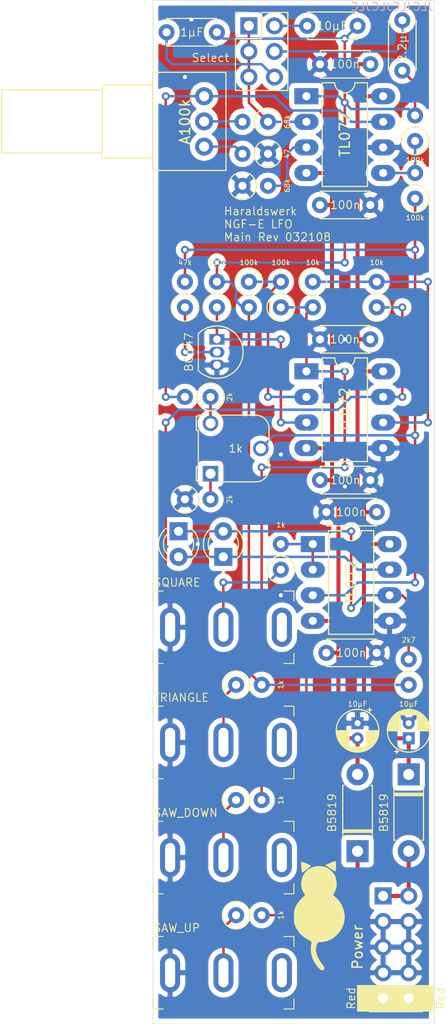
<source format=kicad_pcb>
(kicad_pcb (version 20171130) (host pcbnew "(5.1.10)-1")
  (layers (0 F.Cu signal) (31 B.Cu signal) (34 B.Paste user) (35 F.Paste user) (36 B.SilkS user) (37 F.SilkS user) (38 B.Mask user) (39 F.Mask user) (44 Edge.Cuts user))
  (net 0 "")
  (net 1 "Net-(C1-Pad2)")
  (net 2 TRI)
  (net 3 GND)
  (net 4 +12V)
  (net 5 -12V)
  (net 6 "Net-(D1-Pad2)")
  (net 7 "Net-(D1-Pad1)")
  (net 8 +12VA)
  (net 9 -12VA)
  (net 10 "Net-(J1-PadT)")
  (net 11 "Net-(J2-PadT)")
  (net 12 "Net-(J3-PadT)")
  (net 13 "Net-(J4-PadT)")
  (net 14 "Net-(Q1-Pad1)")
  (net 15 "Net-(Q1-Pad2)")
  (net 16 "Net-(R1-Pad2)")
  (net 17 "Net-(R2-Pad2)")
  (net 18 "Net-(R3-Pad2)")
  (net 19 "Net-(R4-Pad1)")
  (net 20 SQR)
  (net 21 "Net-(R6-Pad2)")
  (net 22 "Net-(R6-Pad1)")
  (net 23 "Net-(R7-Pad2)")
  (net 24 "Net-(R11-Pad2)")
  (net 25 "Net-(R11-Pad1)")
  (net 26 "Net-(R13-Pad1)")
  (net 27 "Net-(R14-Pad1)")
  (net 28 "Net-(R17-Pad2)")
  (net 29 "Net-(C10-Pad2)")
  (net 30 "Net-(C11-Pad2)")
  (net 31 "Net-(J6-Pad1)")
  (module Connector_PinHeader_2.54mm:PinHeader_2x03_P2.54mm_Vertical (layer F.Cu) (at 9.525 2.54)
    (fp_text reference J6 hide)
    (fp_text value Select (at -1.905 3.175) (layer F.SilkS) (effects (font (size 0.8 0.8) (thickness 0.1)) (justify right)))
    (pad 6 thru_hole oval (at 2.54 5.08) (size 1.7 1.7) (drill 1) (layers *.Cu *.Mask) (net 1 "Net-(C1-Pad2)"))
    (pad 5 thru_hole oval (at 0 5.08) (size 1.7 1.7) (drill 1) (layers *.Cu *.Mask) (net 31 "Net-(J6-Pad1)"))
    (pad 4 thru_hole oval (at 2.54 2.54) (size 1.7 1.7) (drill 1) (layers *.Cu *.Mask) (net 30 "Net-(C11-Pad2)"))
    (pad 3 thru_hole oval (at 0 2.54) (size 1.7 1.7) (drill 1) (layers *.Cu *.Mask) (net 31 "Net-(J6-Pad1)"))
    (pad 2 thru_hole oval (at 2.54 0) (size 1.7 1.7) (drill 1) (layers *.Cu *.Mask) (net 29 "Net-(C10-Pad2)"))
    (pad 1 thru_hole rect (at 0 0) (size 1.7 1.7) (drill 1) (layers *.Cu *.Mask) (net 31 "Net-(J6-Pad1)"))
  )
  (module Capacitor_THT:C_Disc_D4.7mm_W2.5mm_P5.00mm (layer F.Cu) (at 24.765 6.985 90)
    (fp_text reference C11 hide)
    (fp_text value 2.2µF (at 2.54 0 90) (layer F.SilkS) (effects (font (size 0.8 0.8) (thickness 0.1))))
    (pad 2 thru_hole circle (at 5 0 90) (size 1.6 1.6) (drill 0.8) (layers *.Cu *.Mask) (net 30 "Net-(C11-Pad2)"))
    (pad 1 thru_hole circle (at 0 0 90) (size 1.6 1.6) (drill 0.8) (layers *.Cu *.Mask) (net 2 TRI))
  )
  (module Capacitor_THT:C_Disc_D4.7mm_W2.5mm_P5.00mm (layer F.Cu) (at 20.32 2.54 180)
    (fp_text reference C10 hide)
    (fp_text value 10µF (at 2.54 0) (layer F.SilkS) (effects (font (size 0.8 0.8) (thickness 0.1))))
    (pad 2 thru_hole circle (at 5 0 180) (size 1.6 1.6) (drill 0.8) (layers *.Cu *.Mask) (net 29 "Net-(C10-Pad2)"))
    (pad 1 thru_hole circle (at 0 0 180) (size 1.6 1.6) (drill 0.8) (layers *.Cu *.Mask) (net 2 TRI))
  )
  (module "FX_Pedal:CATs Tiny" (layer F.Cu) (at 16.51 90.805)
    (fp_text reference G*** hide)
    (fp_text value LOGO hide)
  )
  (module Resistor_THT:R_Axial_DIN0207_L6.3mm_D2.5mm_P2.54mm_Vertical (layer F.Cu) (at 8.255 67.945)
    (fp_text reference R16 hide)
    (fp_text value 1k (at 4.445 0 90) (layer F.SilkS) (effects (font (size 0.5 0.5) (thickness 0.08))))
    (pad 2 thru_hole oval (at 2.54 0) (size 1.6 1.6) (drill 0.8) (layers *.Cu *.Mask) (net 2 TRI))
    (pad 1 thru_hole circle (at 0 0) (size 1.6 1.6) (drill 0.8) (layers *.Cu *.Mask) (net 12 "Net-(J3-PadT)"))
  )
  (module Potentiometer_THT:Potentiometer_Runtron_RM-065_Vertical (layer F.Cu) (at 5.715 46.99 90)
    (fp_text reference T1 hide)
    (fp_text value 1k (at 2.5 2.5 180) (layer F.SilkS) (effects (font (size 0.8 0.8) (thickness 0.1))))
    (pad 2 thru_hole circle (at 2.5 5 90) (size 1.55 1.55) (drill 1) (layers *.Cu *.Mask) (net 20 SQR))
    (pad 1 thru_hole rect (at 0 0 90) (size 1.55 1.55) (drill 1) (layers *.Cu *.Mask) (net 23 "Net-(R7-Pad2)"))
    (pad 3 thru_hole circle (at 5 0 90) (size 1.55 1.55) (drill 1) (layers *.Cu *.Mask) (net 22 "Net-(R6-Pad1)"))
  )
  (module Potentiometer_THT:Potentiometer_Alps_RK097_Single_Horizontal (layer F.Cu) (at 5.08 9.525 180)
    (fp_text reference RV1 hide)
    (fp_text value A100k (at 1.905 -2.54 90) (layer F.SilkS))
    (pad 1 thru_hole circle (at 0 0 180) (size 1.8 1.8) (drill 1) (layers *.Cu *.Mask) (net 21 "Net-(R6-Pad2)"))
    (pad 2 thru_hole circle (at 0 -2.5 180) (size 1.8 1.8) (drill 1) (layers *.Cu *.Mask) (net 17 "Net-(R2-Pad2)"))
    (pad 3 thru_hole circle (at 0 -5 180) (size 1.8 1.8) (drill 1) (layers *.Cu *.Mask) (net 16 "Net-(R1-Pad2)"))
  )
  (module Connector_Audio_Additional:PJ-323M (layer F.Cu) (at 0 62.23)
    (fp_text reference J4 hide)
    (fp_text value SQUARE (at 0 -4.445) (layer F.SilkS) (effects (font (size 0.8 0.8) (thickness 0.1)) (justify left)))
    (pad TN thru_hole oval (at 12.8 0) (size 2 3.9) (drill oval 1 2.9) (layers *.Cu *.Mask))
    (pad T thru_hole oval (at 7 0) (size 2 3.9) (drill oval 1 2.9) (layers *.Cu *.Mask) (net 13 "Net-(J4-PadT)"))
    (pad S thru_hole oval (at 1.7 0) (size 2 3.9) (drill oval 1 2.9) (layers *.Cu *.Mask) (net 3 GND))
  )
  (module Connector_Audio_Additional:PJ-323M (layer F.Cu) (at 0 73.66)
    (fp_text reference J3 hide)
    (fp_text value TRIANGLE (at 0 -4.445) (layer F.SilkS) (effects (font (size 0.8 0.8) (thickness 0.1)) (justify left)))
    (pad TN thru_hole oval (at 12.8 0) (size 2 3.9) (drill oval 1 2.9) (layers *.Cu *.Mask))
    (pad T thru_hole oval (at 7 0) (size 2 3.9) (drill oval 1 2.9) (layers *.Cu *.Mask) (net 12 "Net-(J3-PadT)"))
    (pad S thru_hole oval (at 1.7 0) (size 2 3.9) (drill oval 1 2.9) (layers *.Cu *.Mask) (net 3 GND))
  )
  (module Connector_Audio_Additional:PJ-323M (layer F.Cu) (at 0 85.09)
    (fp_text reference J2 hide)
    (fp_text value SAW_DOWN (at 0 -4.445) (layer F.SilkS) (effects (font (size 0.8 0.8) (thickness 0.1)) (justify left)))
    (pad TN thru_hole oval (at 12.8 0) (size 2 3.9) (drill oval 1 2.9) (layers *.Cu *.Mask))
    (pad T thru_hole oval (at 7 0) (size 2 3.9) (drill oval 1 2.9) (layers *.Cu *.Mask) (net 11 "Net-(J2-PadT)"))
    (pad S thru_hole oval (at 1.7 0) (size 2 3.9) (drill oval 1 2.9) (layers *.Cu *.Mask) (net 3 GND))
  )
  (module Connector_Audio_Additional:PJ-323M (layer F.Cu) (at 0 96.52)
    (fp_text reference J1 hide)
    (fp_text value SAW_UP (at 0 -4.445) (layer F.SilkS) (effects (font (size 0.8 0.8) (thickness 0.1)) (justify left)))
    (pad TN thru_hole oval (at 12.8 0) (size 2 3.9) (drill oval 1 2.9) (layers *.Cu *.Mask))
    (pad T thru_hole oval (at 7 0) (size 2 3.9) (drill oval 1 2.9) (layers *.Cu *.Mask) (net 10 "Net-(J1-PadT)"))
    (pad S thru_hole oval (at 1.7 0) (size 2 3.9) (drill oval 1 2.9) (layers *.Cu *.Mask) (net 3 GND))
  )
  (module Package_DIP:DIP-8_W7.62mm_LongPads (layer F.Cu) (at 15.875 53.975)
    (fp_text reference U3 hide)
    (fp_text value TL072 (at 3.81 3.81 90) (layer F.SilkS))
    (pad 8 thru_hole oval (at 7.62 0) (size 2.4 1.6) (drill 0.8) (layers *.Cu *.Mask) (net 4 +12V))
    (pad 4 thru_hole oval (at 0 7.62) (size 2.4 1.6) (drill 0.8) (layers *.Cu *.Mask) (net 5 -12V))
    (pad 7 thru_hole oval (at 7.62 2.54) (size 2.4 1.6) (drill 0.8) (layers *.Cu *.Mask) (net 7 "Net-(D1-Pad1)"))
    (pad 3 thru_hole oval (at 0 5.08) (size 2.4 1.6) (drill 0.8) (layers *.Cu *.Mask) (net 20 SQR))
    (pad 6 thru_hole oval (at 7.62 5.08) (size 2.4 1.6) (drill 0.8) (layers *.Cu *.Mask) (net 6 "Net-(D1-Pad2)"))
    (pad 2 thru_hole oval (at 0 2.54) (size 2.4 1.6) (drill 0.8) (layers *.Cu *.Mask) (net 28 "Net-(R17-Pad2)"))
    (pad 5 thru_hole oval (at 7.62 7.62) (size 2.4 1.6) (drill 0.8) (layers *.Cu *.Mask) (net 3 GND))
    (pad 1 thru_hole rect (at 0 0) (size 2.4 1.6) (drill 0.8) (layers *.Cu *.Mask) (net 28 "Net-(R17-Pad2)"))
  )
  (module Package_DIP:DIP-8_W7.62mm_LongPads (layer F.Cu) (at 15.24 36.83)
    (fp_text reference U2 hide)
    (fp_text value TL072 (at 3.81 3.81 90) (layer F.SilkS))
    (pad 8 thru_hole oval (at 7.62 0) (size 2.4 1.6) (drill 0.8) (layers *.Cu *.Mask) (net 4 +12V))
    (pad 4 thru_hole oval (at 0 7.62) (size 2.4 1.6) (drill 0.8) (layers *.Cu *.Mask) (net 5 -12V))
    (pad 7 thru_hole oval (at 7.62 2.54) (size 2.4 1.6) (drill 0.8) (layers *.Cu *.Mask) (net 27 "Net-(R14-Pad1)"))
    (pad 3 thru_hole oval (at 0 5.08) (size 2.4 1.6) (drill 0.8) (layers *.Cu *.Mask) (net 14 "Net-(Q1-Pad1)"))
    (pad 6 thru_hole oval (at 7.62 5.08) (size 2.4 1.6) (drill 0.8) (layers *.Cu *.Mask) (net 26 "Net-(R13-Pad1)"))
    (pad 2 thru_hole oval (at 0 2.54) (size 2.4 1.6) (drill 0.8) (layers *.Cu *.Mask) (net 24 "Net-(R11-Pad2)"))
    (pad 5 thru_hole oval (at 7.62 7.62) (size 2.4 1.6) (drill 0.8) (layers *.Cu *.Mask) (net 3 GND))
    (pad 1 thru_hole rect (at 0 0) (size 2.4 1.6) (drill 0.8) (layers *.Cu *.Mask) (net 25 "Net-(R11-Pad1)"))
  )
  (module Package_DIP:DIP-8_W7.62mm_LongPads (layer F.Cu) (at 15.24 9.525)
    (fp_text reference U1 hide)
    (fp_text value TL072 (at 3.81 3.81 90) (layer F.SilkS))
    (pad 8 thru_hole oval (at 7.62 0) (size 2.4 1.6) (drill 0.8) (layers *.Cu *.Mask) (net 4 +12V))
    (pad 4 thru_hole oval (at 0 7.62) (size 2.4 1.6) (drill 0.8) (layers *.Cu *.Mask) (net 5 -12V))
    (pad 7 thru_hole oval (at 7.62 2.54) (size 2.4 1.6) (drill 0.8) (layers *.Cu *.Mask) (net 21 "Net-(R6-Pad2)"))
    (pad 3 thru_hole oval (at 0 5.08) (size 2.4 1.6) (drill 0.8) (layers *.Cu *.Mask) (net 18 "Net-(R3-Pad2)"))
    (pad 6 thru_hole oval (at 7.62 5.08) (size 2.4 1.6) (drill 0.8) (layers *.Cu *.Mask) (net 3 GND))
    (pad 2 thru_hole oval (at 0 2.54) (size 2.4 1.6) (drill 0.8) (layers *.Cu *.Mask) (net 31 "Net-(J6-Pad1)"))
    (pad 5 thru_hole oval (at 7.62 7.62) (size 2.4 1.6) (drill 0.8) (layers *.Cu *.Mask) (net 19 "Net-(R4-Pad1)"))
    (pad 1 thru_hole rect (at 0 0) (size 2.4 1.6) (drill 0.8) (layers *.Cu *.Mask) (net 2 TRI))
  )
  (module Resistor_THT:R_Axial_DIN0207_L6.3mm_D2.5mm_P2.54mm_Vertical (layer F.Cu) (at 25.4 67.945 90)
    (fp_text reference R18 hide)
    (fp_text value 2k7 (at 4.445 0 180) (layer F.SilkS) (effects (font (size 0.5 0.5) (thickness 0.08))))
    (pad 2 thru_hole oval (at 2.54 0 90) (size 1.6 1.6) (drill 0.8) (layers *.Cu *.Mask) (net 6 "Net-(D1-Pad2)"))
    (pad 1 thru_hole circle (at 0 0 90) (size 1.6 1.6) (drill 0.8) (layers *.Cu *.Mask) (net 2 TRI))
  )
  (module Resistor_THT:R_Axial_DIN0207_L6.3mm_D2.5mm_P2.54mm_Vertical (layer F.Cu) (at 12.7 56.515 90)
    (fp_text reference R17 hide)
    (fp_text value 1k (at 4.445 0 180) (layer F.SilkS) (effects (font (size 0.5 0.5) (thickness 0.08))))
    (pad 2 thru_hole oval (at 2.54 0 90) (size 1.6 1.6) (drill 0.8) (layers *.Cu *.Mask) (net 28 "Net-(R17-Pad2)"))
    (pad 1 thru_hole circle (at 0 0 90) (size 1.6 1.6) (drill 0.8) (layers *.Cu *.Mask) (net 13 "Net-(J4-PadT)"))
  )
  (module Resistor_THT:R_Axial_DIN0207_L6.3mm_D2.5mm_P2.54mm_Vertical (layer F.Cu) (at 8.255 79.375)
    (fp_text reference R15 hide)
    (fp_text value 1k (at 4.445 0 90) (layer F.SilkS) (effects (font (size 0.5 0.5) (thickness 0.08))))
    (pad 2 thru_hole oval (at 2.54 0) (size 1.6 1.6) (drill 0.8) (layers *.Cu *.Mask) (net 27 "Net-(R14-Pad1)"))
    (pad 1 thru_hole circle (at 0 0) (size 1.6 1.6) (drill 0.8) (layers *.Cu *.Mask) (net 11 "Net-(J2-PadT)"))
  )
  (module Resistor_THT:R_Axial_DIN0207_L6.3mm_D2.5mm_P2.54mm_Vertical (layer F.Cu) (at 22.225 30.48 90)
    (fp_text reference R14 hide)
    (fp_text value 10k (at 4.445 0 180) (layer F.SilkS) (effects (font (size 0.5 0.5) (thickness 0.08))))
    (pad 2 thru_hole oval (at 2.54 0 90) (size 1.6 1.6) (drill 0.8) (layers *.Cu *.Mask) (net 26 "Net-(R13-Pad1)"))
    (pad 1 thru_hole circle (at 0 0 90) (size 1.6 1.6) (drill 0.8) (layers *.Cu *.Mask) (net 27 "Net-(R14-Pad1)"))
  )
  (module Resistor_THT:R_Axial_DIN0207_L6.3mm_D2.5mm_P2.54mm_Vertical (layer F.Cu) (at 15.875 27.94 270)
    (fp_text reference R13 hide)
    (fp_text value 10k (at -1.905 0 180) (layer F.SilkS) (effects (font (size 0.5 0.5) (thickness 0.08))))
    (pad 2 thru_hole oval (at 2.54 0 270) (size 1.6 1.6) (drill 0.8) (layers *.Cu *.Mask) (net 25 "Net-(R11-Pad1)"))
    (pad 1 thru_hole circle (at 0 0 270) (size 1.6 1.6) (drill 0.8) (layers *.Cu *.Mask) (net 26 "Net-(R13-Pad1)"))
  )
  (module Resistor_THT:R_Axial_DIN0207_L6.3mm_D2.5mm_P2.54mm_Vertical (layer F.Cu) (at 8.255 90.805)
    (fp_text reference R12 hide)
    (fp_text value 1k (at 4.445 0 90) (layer F.SilkS) (effects (font (size 0.5 0.5) (thickness 0.08))))
    (pad 2 thru_hole oval (at 2.54 0) (size 1.6 1.6) (drill 0.8) (layers *.Cu *.Mask) (net 25 "Net-(R11-Pad1)"))
    (pad 1 thru_hole circle (at 0 0) (size 1.6 1.6) (drill 0.8) (layers *.Cu *.Mask) (net 10 "Net-(J1-PadT)"))
  )
  (module Resistor_THT:R_Axial_DIN0207_L6.3mm_D2.5mm_P2.54mm_Vertical (layer F.Cu) (at 12.7 30.48 90)
    (fp_text reference R11 hide)
    (fp_text value 100k (at 4.445 0 180) (layer F.SilkS) (effects (font (size 0.5 0.5) (thickness 0.08))))
    (pad 2 thru_hole oval (at 2.54 0 90) (size 1.6 1.6) (drill 0.8) (layers *.Cu *.Mask) (net 24 "Net-(R11-Pad2)"))
    (pad 1 thru_hole circle (at 0 0 90) (size 1.6 1.6) (drill 0.8) (layers *.Cu *.Mask) (net 25 "Net-(R11-Pad1)"))
  )
  (module Resistor_THT:R_Axial_DIN0207_L6.3mm_D2.5mm_P2.54mm_Vertical (layer F.Cu) (at 6.35 30.48 90)
    (fp_text reference R10 hide)
    (fp_text value 100k (at 4.445 0 180) (layer F.SilkS) (effects (font (size 0.5 0.5) (thickness 0.08))))
    (pad 2 thru_hole oval (at 2.54 0 90) (size 1.6 1.6) (drill 0.8) (layers *.Cu *.Mask) (net 2 TRI))
    (pad 1 thru_hole circle (at 0 0 90) (size 1.6 1.6) (drill 0.8) (layers *.Cu *.Mask) (net 14 "Net-(Q1-Pad1)"))
  )
  (module Resistor_THT:R_Axial_DIN0207_L6.3mm_D2.5mm_P2.54mm_Vertical (layer F.Cu) (at 9.525 27.94 270)
    (fp_text reference R9 hide)
    (fp_text value 100k (at -1.905 0 180) (layer F.SilkS) (effects (font (size 0.5 0.5) (thickness 0.08))))
    (pad 2 thru_hole oval (at 2.54 0 270) (size 1.6 1.6) (drill 0.8) (layers *.Cu *.Mask) (net 2 TRI))
    (pad 1 thru_hole circle (at 0 0 270) (size 1.6 1.6) (drill 0.8) (layers *.Cu *.Mask) (net 24 "Net-(R11-Pad2)"))
  )
  (module Resistor_THT:R_Axial_DIN0207_L6.3mm_D2.5mm_P2.54mm_Vertical (layer F.Cu) (at 3.175 30.48 90)
    (fp_text reference R8 hide)
    (fp_text value 47k (at 4.445 0 180) (layer F.SilkS) (effects (font (size 0.5 0.5) (thickness 0.08))))
    (pad 2 thru_hole oval (at 2.54 0 90) (size 1.6 1.6) (drill 0.8) (layers *.Cu *.Mask) (net 20 SQR))
    (pad 1 thru_hole circle (at 0 0 90) (size 1.6 1.6) (drill 0.8) (layers *.Cu *.Mask) (net 15 "Net-(Q1-Pad2)"))
  )
  (module Resistor_THT:R_Axial_DIN0207_L6.3mm_D2.5mm_P2.54mm_Vertical (layer F.Cu) (at 3.175 49.53)
    (fp_text reference R7 hide)
    (fp_text value 2k (at 4.445 0 90) (layer F.SilkS) (effects (font (size 0.5 0.5) (thickness 0.08))))
    (pad 2 thru_hole oval (at 2.54 0) (size 1.6 1.6) (drill 0.8) (layers *.Cu *.Mask) (net 23 "Net-(R7-Pad2)"))
    (pad 1 thru_hole circle (at 0 0) (size 1.6 1.6) (drill 0.8) (layers *.Cu *.Mask) (net 3 GND))
  )
  (module Resistor_THT:R_Axial_DIN0207_L6.3mm_D2.5mm_P2.54mm_Vertical (layer F.Cu) (at 5.715 39.37 180)
    (fp_text reference R6 hide)
    (fp_text value 2k (at -1.905 0 90) (layer F.SilkS) (effects (font (size 0.5 0.5) (thickness 0.08))))
    (pad 2 thru_hole oval (at 2.54 0 180) (size 1.6 1.6) (drill 0.8) (layers *.Cu *.Mask) (net 21 "Net-(R6-Pad2)"))
    (pad 1 thru_hole circle (at 0 0 180) (size 1.6 1.6) (drill 0.8) (layers *.Cu *.Mask) (net 22 "Net-(R6-Pad1)"))
  )
  (module Resistor_THT:R_Axial_DIN0207_L6.3mm_D2.5mm_P2.54mm_Vertical (layer F.Cu) (at 26.035 19.685 90)
    (fp_text reference R5 hide)
    (fp_text value 100k (at -1.905 0 180) (layer F.SilkS) (effects (font (size 0.5 0.5) (thickness 0.08))))
    (pad 2 thru_hole oval (at 2.54 0 90) (size 1.6 1.6) (drill 0.8) (layers *.Cu *.Mask) (net 19 "Net-(R4-Pad1)"))
    (pad 1 thru_hole circle (at 0 0 90) (size 1.6 1.6) (drill 0.8) (layers *.Cu *.Mask) (net 20 SQR))
  )
  (module Resistor_THT:R_Axial_DIN0207_L6.3mm_D2.5mm_P2.54mm_Vertical (layer F.Cu) (at 26.035 13.97 90)
    (fp_text reference R4 hide)
    (fp_text value 100k (at -1.905 0 180) (layer F.SilkS) (effects (font (size 0.5 0.5) (thickness 0.08))))
    (pad 2 thru_hole oval (at 2.54 0 90) (size 1.6 1.6) (drill 0.8) (layers *.Cu *.Mask) (net 2 TRI))
    (pad 1 thru_hole circle (at 0 0 90) (size 1.6 1.6) (drill 0.8) (layers *.Cu *.Mask) (net 19 "Net-(R4-Pad1)"))
  )
  (module Resistor_THT:R_Axial_DIN0207_L6.3mm_D2.5mm_P2.54mm_Vertical (layer F.Cu) (at 8.89 18.415)
    (fp_text reference R3 hide)
    (fp_text value 68k (at 4.445 0 90) (layer F.SilkS) (effects (font (size 0.5 0.5) (thickness 0.08))))
    (pad 2 thru_hole oval (at 2.54 0) (size 1.6 1.6) (drill 0.8) (layers *.Cu *.Mask) (net 18 "Net-(R3-Pad2)"))
    (pad 1 thru_hole circle (at 0 0) (size 1.6 1.6) (drill 0.8) (layers *.Cu *.Mask) (net 3 GND))
  )
  (module Resistor_THT:R_Axial_DIN0207_L6.3mm_D2.5mm_P2.54mm_Vertical (layer F.Cu) (at 11.43 12.065 180)
    (fp_text reference R2 hide)
    (fp_text value 68k (at -1.905 0 90) (layer F.SilkS) (effects (font (size 0.5 0.5) (thickness 0.08))))
    (pad 2 thru_hole oval (at 2.54 0 180) (size 1.6 1.6) (drill 0.8) (layers *.Cu *.Mask) (net 17 "Net-(R2-Pad2)"))
    (pad 1 thru_hole circle (at 0 0 180) (size 1.6 1.6) (drill 0.8) (layers *.Cu *.Mask) (net 31 "Net-(J6-Pad1)"))
  )
  (module Resistor_THT:R_Axial_DIN0207_L6.3mm_D2.5mm_P2.54mm_Vertical (layer F.Cu) (at 11.43 15.24 180)
    (fp_text reference R1 hide)
    (fp_text value 47 (at -1.905 0 90) (layer F.SilkS) (effects (font (size 0.5 0.5) (thickness 0.08))))
    (pad 2 thru_hole oval (at 2.54 0 180) (size 1.6 1.6) (drill 0.8) (layers *.Cu *.Mask) (net 16 "Net-(R1-Pad2)"))
    (pad 1 thru_hole circle (at 0 0 180) (size 1.6 1.6) (drill 0.8) (layers *.Cu *.Mask) (net 3 GND))
  )
  (module Diode_THT:D_DO-41_SOD81_P7.62mm_Horizontal (layer F.Cu) (at 20.32 84.455 90)
    (fp_text reference D4 hide)
    (fp_text value B5819 (at 3.81 -2.54 90) (layer F.SilkS) (effects (font (size 0.8 0.8) (thickness 0.1))))
    (pad 2 thru_hole oval (at 7.62 0 90) (size 2.2 2.2) (drill 1.1) (layers *.Cu *.Mask) (net 5 -12V))
    (pad 1 thru_hole rect (at 0 0 90) (size 2.2 2.2) (drill 1.1) (layers *.Cu *.Mask) (net 9 -12VA))
  )
  (module Diode_THT:D_DO-41_SOD81_P7.62mm_Horizontal (layer F.Cu) (at 25.4 76.835 270)
    (fp_text reference D3 hide)
    (fp_text value B5819 (at 3.81 2.47 90) (layer F.SilkS) (effects (font (size 0.8 0.8) (thickness 0.1))))
    (pad 2 thru_hole oval (at 7.62 0 270) (size 2.2 2.2) (drill 1.1) (layers *.Cu *.Mask) (net 8 +12VA))
    (pad 1 thru_hole rect (at 0 0 270) (size 2.2 2.2) (drill 1.1) (layers *.Cu *.Mask) (net 4 +12V))
  )
  (module Capacitor_THT:C_Disc_D4.7mm_W2.5mm_P5.00mm (layer F.Cu) (at 22.225 64.77 180)
    (fp_text reference C9 hide)
    (fp_text value 100n (at 2.54 0) (layer F.SilkS) (effects (font (size 0.8 0.8) (thickness 0.1))))
    (pad 2 thru_hole circle (at 5 0 180) (size 1.6 1.6) (drill 0.8) (layers *.Cu *.Mask) (net 5 -12V))
    (pad 1 thru_hole circle (at 0 0 180) (size 1.6 1.6) (drill 0.8) (layers *.Cu *.Mask) (net 3 GND))
  )
  (module Capacitor_THT:C_Disc_D4.7mm_W2.5mm_P5.00mm (layer F.Cu) (at 22.225 50.8 180)
    (fp_text reference C8 hide)
    (fp_text value 100n (at 2.54 0) (layer F.SilkS) (effects (font (size 0.8 0.8) (thickness 0.1))))
    (pad 2 thru_hole circle (at 5 0 180) (size 1.6 1.6) (drill 0.8) (layers *.Cu *.Mask) (net 3 GND))
    (pad 1 thru_hole circle (at 0 0 180) (size 1.6 1.6) (drill 0.8) (layers *.Cu *.Mask) (net 4 +12V))
  )
  (module Capacitor_THT:C_Disc_D4.7mm_W2.5mm_P5.00mm (layer F.Cu) (at 21.59 47.625 180)
    (fp_text reference C7 hide)
    (fp_text value 100n (at 2.5 0) (layer F.SilkS) (effects (font (size 0.8 0.8) (thickness 0.1))))
    (pad 2 thru_hole circle (at 5 0 180) (size 1.6 1.6) (drill 0.8) (layers *.Cu *.Mask) (net 5 -12V))
    (pad 1 thru_hole circle (at 0 0 180) (size 1.6 1.6) (drill 0.8) (layers *.Cu *.Mask) (net 3 GND))
  )
  (module Capacitor_THT:C_Disc_D4.7mm_W2.5mm_P5.00mm (layer F.Cu) (at 21.59 6.35 180)
    (fp_text reference C6 hide)
    (fp_text value 100n (at 2.54 0) (layer F.SilkS) (effects (font (size 0.8 0.8) (thickness 0.1))))
    (pad 2 thru_hole circle (at 5 0 180) (size 1.6 1.6) (drill 0.8) (layers *.Cu *.Mask) (net 3 GND))
    (pad 1 thru_hole circle (at 0 0 180) (size 1.6 1.6) (drill 0.8) (layers *.Cu *.Mask) (net 4 +12V))
  )
  (module Capacitor_THT:C_Disc_D4.7mm_W2.5mm_P5.00mm (layer F.Cu) (at 21.59 20.32 180)
    (fp_text reference C5 hide)
    (fp_text value 100n (at 2.5 0) (layer F.SilkS) (effects (font (size 0.8 0.8) (thickness 0.1))))
    (pad 2 thru_hole circle (at 5 0 180) (size 1.6 1.6) (drill 0.8) (layers *.Cu *.Mask) (net 5 -12V))
    (pad 1 thru_hole circle (at 0 0 180) (size 1.6 1.6) (drill 0.8) (layers *.Cu *.Mask) (net 3 GND))
  )
  (module Capacitor_THT:C_Disc_D4.7mm_W2.5mm_P5.00mm (layer F.Cu) (at 21.59 33.655 180)
    (fp_text reference C4 hide)
    (fp_text value 100n (at 2.54 0) (layer F.SilkS) (effects (font (size 0.8 0.8) (thickness 0.1))))
    (pad 2 thru_hole circle (at 5 0 180) (size 1.6 1.6) (drill 0.8) (layers *.Cu *.Mask) (net 3 GND))
    (pad 1 thru_hole circle (at 0 0 180) (size 1.6 1.6) (drill 0.8) (layers *.Cu *.Mask) (net 4 +12V))
  )
  (module Capacitor_THT:C_Disc_D4.7mm_W2.5mm_P5.00mm (layer F.Cu) (at 6.35 3.175 180)
    (fp_text reference C1 hide)
    (fp_text value 1µF (at 2.5 0) (layer F.SilkS) (effects (font (size 0.8 0.8) (thickness 0.1))))
    (pad 2 thru_hole circle (at 5 0 180) (size 1.6 1.6) (drill 0.8) (layers *.Cu *.Mask) (net 1 "Net-(C1-Pad2)"))
    (pad 1 thru_hole circle (at 0 0 180) (size 1.6 1.6) (drill 0.8) (layers *.Cu *.Mask) (net 2 TRI))
  )
  (module Package_TO_SOT_THT:TO-92_Inline (layer F.Cu) (at 6.35 33.655 270)
    (fp_text reference Q1 hide)
    (fp_text value BC547 (at 1.27 2.79 90) (layer F.SilkS) (effects (font (size 0.8 0.8) (thickness 0.1))))
    (pad 1 thru_hole rect (at 0 0 270) (size 1.05 1.5) (drill 0.75) (layers *.Cu *.Mask) (net 14 "Net-(Q1-Pad1)"))
    (pad 3 thru_hole oval (at 2.54 0 270) (size 1.05 1.5) (drill 0.75) (layers *.Cu *.Mask) (net 3 GND))
    (pad 2 thru_hole oval (at 1.27 0 270) (size 1.05 1.5) (drill 0.75) (layers *.Cu *.Mask) (net 15 "Net-(Q1-Pad2)"))
  )
  (module "Eurorack Synth:Power_2x5_Vertical" (layer F.Cu) (at 22.86 88.9)
    (fp_text reference J5 hide)
    (fp_text value Power (at -2.54 5.08 270) (layer F.SilkS))
    (fp_text user Red (at -3.175 10.16 -90) (layer F.SilkS) (effects (font (size 0.8 0.8) (thickness 0.1))))
    (fp_text user Red (at 5.715 10.16 -90) (layer F.SilkS) (effects (font (size 0.8 0.8) (thickness 0.1))))
    (pad -12V thru_hole oval (at 2.54 10.16) (size 1.7 1.7) (drill 1) (layers *.Cu *.Mask) (net 9 -12VA))
    (pad -12V thru_hole oval (at 0 10.16) (size 1.7 1.7) (drill 1) (layers *.Cu *.Mask) (net 9 -12VA))
    (pad GND thru_hole oval (at 2.54 7.62) (size 1.7 1.7) (drill 1) (layers *.Cu *.Mask) (net 3 GND))
    (pad GND thru_hole oval (at 0 7.62) (size 1.7 1.7) (drill 1) (layers *.Cu *.Mask) (net 3 GND))
    (pad GND thru_hole oval (at 2.54 5.08) (size 1.7 1.7) (drill 1) (layers *.Cu *.Mask) (net 3 GND))
    (pad GND thru_hole oval (at 0 5.08) (size 1.7 1.7) (drill 1) (layers *.Cu *.Mask) (net 3 GND))
    (pad GND thru_hole oval (at 2.54 2.54) (size 1.7 1.7) (drill 1) (layers *.Cu *.Mask) (net 3 GND))
    (pad GND thru_hole oval (at 0 2.54) (size 1.7 1.7) (drill 1) (layers *.Cu *.Mask) (net 3 GND))
    (pad +12V thru_hole oval (at 2.54 0) (size 1.7 1.7) (drill 1) (layers *.Cu *.Mask) (net 8 +12VA))
    (pad +12V thru_hole rect (at 0 0) (size 1.7 1.7) (drill 1) (layers *.Cu *.Mask) (net 8 +12VA))
  )
  (module LED_THT:LED_D3.0mm (layer F.Cu) (at 2.54 52.705 270)
    (fp_text reference D2 hide)
    (fp_text value LED hide)
    (pad 2 thru_hole circle (at 2.54 0 270) (size 1.8 1.8) (drill 0.9) (layers *.Cu *.Mask) (net 7 "Net-(D1-Pad1)"))
    (pad 1 thru_hole rect (at 0 0 270) (size 1.8 1.8) (drill 0.9) (layers *.Cu *.Mask) (net 6 "Net-(D1-Pad2)"))
  )
  (module LED_THT:LED_D3.0mm (layer F.Cu) (at 6.985 55.245 90)
    (fp_text reference D1 hide)
    (fp_text value LED hide)
    (pad 2 thru_hole circle (at 2.54 0 90) (size 1.8 1.8) (drill 0.9) (layers *.Cu *.Mask) (net 6 "Net-(D1-Pad2)"))
    (pad 1 thru_hole rect (at 0 0 90) (size 1.8 1.8) (drill 0.9) (layers *.Cu *.Mask) (net 7 "Net-(D1-Pad1)"))
  )
  (module Capacitor_THT:CP_Radial_D4.0mm_P1.50mm (layer F.Cu) (at 20.32 71.755 270)
    (fp_text reference C3 hide)
    (fp_text value 10µF (at -1.905 0 180) (layer F.SilkS) (effects (font (size 0.5 0.5) (thickness 0.08))))
    (pad 2 thru_hole circle (at 1.5 0 270) (size 1.2 1.2) (drill 0.6) (layers *.Cu *.Mask) (net 5 -12V))
    (pad 1 thru_hole rect (at 0 0 270) (size 1.2 1.2) (drill 0.6) (layers *.Cu *.Mask) (net 3 GND))
  )
  (module Capacitor_THT:CP_Radial_D4.0mm_P1.50mm (layer F.Cu) (at 25.4 73.255 90)
    (fp_text reference C2 hide)
    (fp_text value 10µF (at 3.405 0 180) (layer F.SilkS) (effects (font (size 0.5 0.5) (thickness 0.08))))
    (pad 2 thru_hole circle (at 1.5 0 90) (size 1.2 1.2) (drill 0.6) (layers *.Cu *.Mask) (net 3 GND))
    (pad 1 thru_hole rect (at 0 0 90) (size 1.2 1.2) (drill 0.6) (layers *.Cu *.Mask) (net 4 +12V))
  )
  (gr_text JLCJLCJLCJLC (at 27.94 0.635) (layer B.SilkS) (effects (font (size 0.8 0.8) (thickness 0.1)) (justify left mirror)))
  (gr_text "Haraldswerk\nNGF-E LFO\nMain Rev 032108" (at 6.985 22.225) (layer F.SilkS) (effects (font (size 0.8 0.8) (thickness 0.1)) (justify left)))
  (gr_line (start 27.94 101.6) (end 27.94 0) (layer Edge.Cuts) (width 0.05))
  (gr_line (start 0 101.6) (end 27.94 101.6) (layer Edge.Cuts) (width 0.05))
  (gr_line (start 0 0) (end 0 101.6) (layer Edge.Cuts) (width 0.05))
  (gr_line (start 0 0) (end 27.94 0) (layer Edge.Cuts) (width 0.05))
  (segment (start 10.795 6.35) (end 12.065 7.62) (width 0.25) (layer B.Cu) (net 1))
  (segment (start 1.905 6.35) (end 10.795 6.35) (width 0.25) (layer B.Cu) (net 1))
  (segment (start 1.35 5.795) (end 1.905 6.35) (width 0.25) (layer B.Cu) (net 1))
  (segment (start 1.35 3.175) (end 1.35 5.795) (width 0.25) (layer B.Cu) (net 1))
  (segment (start 11.43 12.065) (end 15.24 12.065) (width 0.25) (layer B.Cu) (net 31))
  (segment (start 25.4 10.795) (end 26.035 11.43) (width 0.25) (layer B.Cu) (net 2))
  (segment (start 19.685 10.795) (end 25.4 10.795) (width 0.25) (layer B.Cu) (net 2))
  (segment (start 18.415 9.525) (end 19.05 10.16) (width 0.25) (layer B.Cu) (net 2))
  (segment (start 15.24 9.525) (end 18.415 9.525) (width 0.25) (layer B.Cu) (net 2))
  (segment (start 19.05 10.16) (end 19.685 10.795) (width 0.25) (layer B.Cu) (net 2))
  (via (at 19.05 10.16) (size 0.8) (drill 0.4) (layers F.Cu B.Cu) (net 2))
  (segment (start 19.05 10.16) (end 19.05 26.035) (width 0.25) (layer F.Cu) (net 2))
  (via (at 19.05 26.035) (size 0.8) (drill 0.4) (layers F.Cu B.Cu) (net 2))
  (segment (start 19.05 26.035) (end 6.35 26.035) (width 0.25) (layer B.Cu) (net 2))
  (segment (start 6.35 26.035) (end 6.35 26.035) (width 0.25) (layer B.Cu) (net 2))
  (via (at 6.35 26.035) (size 0.8) (drill 0.4) (layers F.Cu B.Cu) (net 2))
  (segment (start 6.35 26.035) (end 6.35 27.94) (width 0.25) (layer F.Cu) (net 2))
  (segment (start 6.35 27.94) (end 7.62 27.94) (width 0.25) (layer B.Cu) (net 2))
  (segment (start 7.62 27.94) (end 8.255 28.575) (width 0.25) (layer B.Cu) (net 2))
  (segment (start 8.255 28.575) (end 8.255 29.845) (width 0.25) (layer B.Cu) (net 2))
  (segment (start 8.255 29.845) (end 8.89 30.48) (width 0.25) (layer B.Cu) (net 2))
  (segment (start 10.795 67.945) (end 25.4 67.945) (width 0.25) (layer B.Cu) (net 2))
  (segment (start 9.525 66.675) (end 10.795 67.945) (width 0.25) (layer F.Cu) (net 2))
  (segment (start 9.525 30.48) (end 9.525 66.675) (width 0.25) (layer F.Cu) (net 2))
  (segment (start 6.35 3.175) (end 6.985 3.81) (width 0.25) (layer B.Cu) (net 2))
  (segment (start 19.05 3.81) (end 19.05 3.81) (width 0.25) (layer B.Cu) (net 2))
  (segment (start 6.985 3.81) (end 19.05 3.81) (width 0.25) (layer B.Cu) (net 2))
  (segment (start 19.05 3.81) (end 20.32 2.54) (width 0.25) (layer B.Cu) (net 2))
  (via (at 19.05 3.81) (size 0.8) (drill 0.4) (layers F.Cu B.Cu) (net 2))
  (segment (start 19.05 3.81) (end 19.05 10.16) (width 0.25) (layer F.Cu) (net 2))
  (segment (start 26.035 8.255) (end 24.765 6.985) (width 0.25) (layer F.Cu) (net 2))
  (segment (start 26.035 11.43) (end 26.035 8.255) (width 0.25) (layer F.Cu) (net 2))
  (via (at 19.05 33.655) (size 0.8) (drill 0.4) (layers F.Cu B.Cu) (net 3))
  (via (at 19.05 48.26) (size 0.8) (drill 0.4) (layers F.Cu B.Cu) (net 3))
  (via (at 12.7 59.055) (size 0.8) (drill 0.4) (layers F.Cu B.Cu) (net 3))
  (via (at 3.81 1.905) (size 0.8) (drill 0.4) (layers F.Cu B.Cu) (net 3))
  (via (at 3.175 7.62) (size 0.8) (drill 0.4) (layers F.Cu B.Cu) (net 3))
  (via (at 12.7 45.085) (size 0.8) (drill 0.4) (layers F.Cu B.Cu) (net 3))
  (via (at 4.445 53.975) (size 0.8) (drill 0.4) (layers F.Cu B.Cu) (net 3))
  (segment (start 21.59 6.35) (end 20.32 6.35) (width 0.4) (layer F.Cu) (net 4))
  (segment (start 22.86 9.525) (end 20.32 9.525) (width 0.4) (layer F.Cu) (net 4))
  (segment (start 20.32 6.35) (end 20.32 9.525) (width 0.4) (layer F.Cu) (net 4))
  (segment (start 20.32 36.83) (end 22.86 36.83) (width 0.4) (layer F.Cu) (net 4))
  (segment (start 21.59 33.655) (end 20.32 33.655) (width 0.4) (layer F.Cu) (net 4))
  (segment (start 20.32 33.655) (end 20.32 36.83) (width 0.4) (layer F.Cu) (net 4))
  (segment (start 20.32 9.525) (end 20.32 33.655) (width 0.4) (layer F.Cu) (net 4))
  (segment (start 20.955 53.975) (end 23.495 53.975) (width 0.4) (layer F.Cu) (net 4))
  (segment (start 20.32 48.895) (end 20.955 49.53) (width 0.4) (layer F.Cu) (net 4))
  (segment (start 20.32 36.83) (end 20.32 48.895) (width 0.4) (layer F.Cu) (net 4))
  (segment (start 22.225 50.8) (end 20.955 50.8) (width 0.4) (layer F.Cu) (net 4))
  (segment (start 20.955 50.8) (end 20.955 53.975) (width 0.4) (layer F.Cu) (net 4))
  (segment (start 20.955 49.53) (end 20.955 50.8) (width 0.4) (layer F.Cu) (net 4))
  (segment (start 20.955 53.975) (end 20.955 67.31) (width 0.4) (layer F.Cu) (net 4))
  (segment (start 20.955 67.31) (end 20.955 69.215) (width 0.4) (layer F.Cu) (net 4))
  (segment (start 20.955 69.215) (end 21.59 69.85) (width 0.4) (layer F.Cu) (net 4))
  (segment (start 21.59 69.85) (end 22.86 69.85) (width 0.4) (layer F.Cu) (net 4))
  (segment (start 22.86 69.85) (end 23.495 70.485) (width 0.4) (layer F.Cu) (net 4))
  (segment (start 23.495 70.485) (end 23.495 73.025) (width 0.4) (layer F.Cu) (net 4))
  (segment (start 23.725 73.255) (end 23.495 73.025) (width 0.4) (layer F.Cu) (net 4))
  (segment (start 25.4 73.255) (end 23.725 73.255) (width 0.4) (layer F.Cu) (net 4))
  (segment (start 25.4 73.255) (end 25.4 76.835) (width 0.4) (layer F.Cu) (net 4))
  (segment (start 15.24 17.145) (end 17.78 17.145) (width 0.4) (layer F.Cu) (net 5))
  (segment (start 16.59 20.32) (end 17.78 20.32) (width 0.4) (layer F.Cu) (net 5))
  (segment (start 17.78 17.145) (end 17.78 20.32) (width 0.4) (layer F.Cu) (net 5))
  (segment (start 17.78 44.45) (end 15.24 44.45) (width 0.4) (layer F.Cu) (net 5))
  (segment (start 17.790001 44.439999) (end 17.78 44.45) (width 0.4) (layer F.Cu) (net 5))
  (segment (start 17.78 33.068998) (end 17.790001 33.078999) (width 0.4) (layer F.Cu) (net 5))
  (segment (start 17.790001 33.078999) (end 17.790001 44.439999) (width 0.4) (layer F.Cu) (net 5))
  (segment (start 17.78 20.32) (end 17.78 33.068998) (width 0.4) (layer F.Cu) (net 5))
  (segment (start 17.790001 44.439999) (end 17.790001 47.614999) (width 0.4) (layer F.Cu) (net 5))
  (segment (start 17.78 47.625) (end 16.59 47.625) (width 0.4) (layer F.Cu) (net 5))
  (segment (start 17.790001 47.614999) (end 17.78 47.625) (width 0.4) (layer F.Cu) (net 5))
  (segment (start 17.790001 47.614999) (end 17.790001 48.884999) (width 0.4) (layer F.Cu) (net 5))
  (segment (start 17.790001 48.884999) (end 18.415 49.509998) (width 0.4) (layer F.Cu) (net 5))
  (segment (start 18.415 50.213998) (end 18.425001 50.223999) (width 0.4) (layer F.Cu) (net 5))
  (segment (start 18.415 49.509998) (end 18.415 50.213998) (width 0.4) (layer F.Cu) (net 5))
  (segment (start 18.415 61.595) (end 18.425001 61.605001) (width 0.4) (layer F.Cu) (net 5))
  (segment (start 15.875 61.595) (end 18.415 61.595) (width 0.4) (layer F.Cu) (net 5))
  (segment (start 18.425001 50.223999) (end 18.425001 61.605001) (width 0.4) (layer F.Cu) (net 5))
  (segment (start 18.415 64.77) (end 17.225 64.77) (width 0.4) (layer F.Cu) (net 5))
  (segment (start 18.425001 64.759999) (end 18.415 64.77) (width 0.4) (layer F.Cu) (net 5))
  (segment (start 18.425001 61.605001) (end 18.425001 64.759999) (width 0.4) (layer F.Cu) (net 5))
  (segment (start 18.425001 64.759999) (end 18.415 67.31) (width 0.4) (layer F.Cu) (net 5))
  (segment (start 18.415 67.31) (end 18.415 73.025) (width 0.4) (layer F.Cu) (net 5))
  (segment (start 18.645 73.255) (end 18.415 73.025) (width 0.4) (layer F.Cu) (net 5))
  (segment (start 20.32 73.255) (end 18.645 73.255) (width 0.4) (layer F.Cu) (net 5))
  (segment (start 20.32 73.255) (end 20.32 76.835) (width 0.4) (layer F.Cu) (net 5))
  (segment (start 2.54 52.705) (end 6.985 52.705) (width 0.25) (layer B.Cu) (net 6))
  (via (at 19.685 52.705) (size 0.8) (drill 0.4) (layers F.Cu B.Cu) (net 6))
  (segment (start 2.54 55.245) (end 6.985 55.245) (width 0.25) (layer B.Cu) (net 7))
  (segment (start 25.4 84.455) (end 25.4 88.9) (width 0.4) (layer F.Cu) (net 8))
  (segment (start 22.86 88.9) (end 25.4 88.9) (width 0.4) (layer F.Cu) (net 8))
  (segment (start 20.32 84.455) (end 20.32 99.06) (width 0.4) (layer F.Cu) (net 9))
  (segment (start 20.32 99.06) (end 22.86 99.06) (width 0.4) (layer F.Cu) (net 9))
  (segment (start 22.86 99.06) (end 25.4 99.06) (width 0.4) (layer F.Cu) (net 9))
  (segment (start 7 92.06) (end 8.255 90.805) (width 0.25) (layer F.Cu) (net 10))
  (segment (start 7 96.52) (end 7 92.06) (width 0.25) (layer F.Cu) (net 10))
  (segment (start 7 80.63) (end 8.255 79.375) (width 0.25) (layer F.Cu) (net 11))
  (segment (start 7 85.09) (end 7 80.63) (width 0.25) (layer F.Cu) (net 11))
  (segment (start 7 69.2) (end 8.255 67.945) (width 0.25) (layer F.Cu) (net 12))
  (segment (start 7 73.66) (end 7 69.2) (width 0.25) (layer F.Cu) (net 12))
  (segment (start 6.985 62.23) (end 6.985 57.785) (width 0.25) (layer F.Cu) (net 13))
  (segment (start 6.985 57.785) (end 6.985 57.785) (width 0.25) (layer F.Cu) (net 13))
  (via (at 6.985 57.785) (size 0.8) (drill 0.4) (layers F.Cu B.Cu) (net 13))
  (segment (start 11.43 57.785) (end 12.7 56.515) (width 0.25) (layer B.Cu) (net 13))
  (segment (start 6.985 57.785) (end 11.43 57.785) (width 0.25) (layer B.Cu) (net 13))
  (segment (start 6.35 30.48) (end 6.35 33.655) (width 0.25) (layer F.Cu) (net 14))
  (segment (start 6.35 33.655) (end 12.7 33.655) (width 0.25) (layer B.Cu) (net 14))
  (segment (start 12.7 33.655) (end 12.7 33.655) (width 0.25) (layer B.Cu) (net 14))
  (via (at 12.7 33.655) (size 0.8) (drill 0.4) (layers F.Cu B.Cu) (net 14))
  (segment (start 12.7 33.655) (end 12.7 41.91) (width 0.25) (layer F.Cu) (net 14))
  (segment (start 12.7 41.91) (end 12.7 41.91) (width 0.25) (layer F.Cu) (net 14))
  (via (at 12.7 41.91) (size 0.8) (drill 0.4) (layers F.Cu B.Cu) (net 14))
  (segment (start 12.7 41.91) (end 15.24 41.91) (width 0.25) (layer B.Cu) (net 14))
  (segment (start 3.175 30.48) (end 3.175 34.925) (width 0.25) (layer F.Cu) (net 15))
  (segment (start 3.175 34.925) (end 3.175 34.925) (width 0.25) (layer F.Cu) (net 15))
  (via (at 3.175 34.925) (size 0.8) (drill 0.4) (layers F.Cu B.Cu) (net 15))
  (segment (start 3.175 34.925) (end 6.35 34.925) (width 0.25) (layer B.Cu) (net 15))
  (segment (start 8.175 14.525) (end 8.89 15.24) (width 0.25) (layer B.Cu) (net 16))
  (segment (start 5.08 14.525) (end 8.175 14.525) (width 0.25) (layer B.Cu) (net 16))
  (segment (start 8.85 12.025) (end 8.89 12.065) (width 0.25) (layer B.Cu) (net 17))
  (segment (start 5.08 12.025) (end 8.85 12.025) (width 0.25) (layer B.Cu) (net 17))
  (segment (start 11.43 18.415) (end 12.7 18.415) (width 0.25) (layer B.Cu) (net 18))
  (segment (start 12.7 18.415) (end 13.335 17.78) (width 0.25) (layer B.Cu) (net 18))
  (segment (start 13.335 17.78) (end 13.335 15.24) (width 0.25) (layer B.Cu) (net 18))
  (segment (start 13.335 15.24) (end 13.97 14.605) (width 0.25) (layer B.Cu) (net 18))
  (segment (start 13.97 14.605) (end 15.24 14.605) (width 0.25) (layer B.Cu) (net 18))
  (segment (start 26.035 17.145) (end 22.86 17.145) (width 0.25) (layer B.Cu) (net 19))
  (segment (start 26.035 13.97) (end 26.035 17.145) (width 0.25) (layer B.Cu) (net 19))
  (segment (start 26.035 19.685) (end 26.035 24.765) (width 0.25) (layer F.Cu) (net 20))
  (segment (start 26.035 24.765) (end 26.035 24.765) (width 0.25) (layer F.Cu) (net 20))
  (via (at 26.035 24.765) (size 0.8) (drill 0.4) (layers F.Cu B.Cu) (net 20))
  (segment (start 26.035 24.765) (end 3.175 24.765) (width 0.25) (layer B.Cu) (net 20))
  (segment (start 3.175 24.765) (end 3.175 24.765) (width 0.25) (layer B.Cu) (net 20))
  (via (at 3.175 24.765) (size 0.8) (drill 0.4) (layers F.Cu B.Cu) (net 20))
  (segment (start 3.175 24.765) (end 3.175 27.94) (width 0.25) (layer F.Cu) (net 20))
  (segment (start 26.035 24.765) (end 26.035 43.18) (width 0.25) (layer F.Cu) (net 20))
  (segment (start 26.035 43.18) (end 26.035 43.18) (width 0.25) (layer F.Cu) (net 20))
  (via (at 26.035 43.18) (size 0.8) (drill 0.4) (layers F.Cu B.Cu) (net 20))
  (segment (start 12.025 43.18) (end 10.715 44.49) (width 0.25) (layer B.Cu) (net 20))
  (segment (start 26.035 43.18) (end 12.025 43.18) (width 0.25) (layer B.Cu) (net 20))
  (segment (start 26.035 43.18) (end 26.035 57.785) (width 0.25) (layer F.Cu) (net 20))
  (segment (start 26.035 57.785) (end 26.035 57.785) (width 0.25) (layer F.Cu) (net 20))
  (via (at 26.035 57.785) (size 0.8) (drill 0.4) (layers F.Cu B.Cu) (net 20))
  (segment (start 26.035 57.785) (end 20.32 57.785) (width 0.25) (layer B.Cu) (net 20))
  (segment (start 19.05 59.055) (end 15.875 59.055) (width 0.25) (layer B.Cu) (net 20))
  (segment (start 20.32 57.785) (end 19.05 59.055) (width 0.25) (layer B.Cu) (net 20))
  (segment (start 5.08 9.525) (end 12.065 9.525) (width 0.25) (layer B.Cu) (net 21))
  (segment (start 13.47999 10.93999) (end 18.55999 10.93999) (width 0.25) (layer B.Cu) (net 21))
  (segment (start 12.065 9.525) (end 13.47999 10.93999) (width 0.25) (layer B.Cu) (net 21))
  (segment (start 19.685 12.065) (end 22.86 12.065) (width 0.25) (layer B.Cu) (net 21))
  (segment (start 18.55999 10.93999) (end 19.685 12.065) (width 0.25) (layer B.Cu) (net 21))
  (segment (start 5.08 9.525) (end 1.27 9.525) (width 0.25) (layer B.Cu) (net 21))
  (segment (start 1.27 9.525) (end 1.27 9.525) (width 0.25) (layer B.Cu) (net 21))
  (via (at 1.27 9.525) (size 0.8) (drill 0.4) (layers F.Cu B.Cu) (net 21))
  (segment (start 1.27 9.525) (end 1.27 39.37) (width 0.25) (layer F.Cu) (net 21))
  (segment (start 1.27 39.37) (end 1.27 39.37) (width 0.25) (layer F.Cu) (net 21))
  (via (at 1.27 39.37) (size 0.8) (drill 0.4) (layers F.Cu B.Cu) (net 21))
  (segment (start 1.27 39.37) (end 3.175 39.37) (width 0.25) (layer B.Cu) (net 21))
  (segment (start 5.715 39.37) (end 5.715 41.99) (width 0.25) (layer F.Cu) (net 22))
  (segment (start 5.715 46.99) (end 5.715 49.53) (width 0.25) (layer F.Cu) (net 23))
  (segment (start 9.525 27.94) (end 12.7 27.94) (width 0.25) (layer B.Cu) (net 24))
  (segment (start 12.7 27.94) (end 11.43 29.21) (width 0.25) (layer F.Cu) (net 24))
  (segment (start 11.43 29.21) (end 11.43 39.37) (width 0.25) (layer F.Cu) (net 24))
  (segment (start 11.43 39.37) (end 11.43 39.37) (width 0.25) (layer F.Cu) (net 24))
  (via (at 11.43 39.37) (size 0.8) (drill 0.4) (layers F.Cu B.Cu) (net 24))
  (segment (start 11.43 39.37) (end 15.24 39.37) (width 0.25) (layer B.Cu) (net 24))
  (segment (start 12.7 30.48) (end 15.875 30.48) (width 0.25) (layer B.Cu) (net 25))
  (segment (start 15.24 31.115) (end 15.875 30.48) (width 0.25) (layer F.Cu) (net 25))
  (segment (start 15.24 36.83) (end 15.24 31.115) (width 0.25) (layer F.Cu) (net 25))
  (segment (start 15.24 36.83) (end 19.05 36.83) (width 0.25) (layer B.Cu) (net 25))
  (segment (start 19.05 36.83) (end 19.05 36.83) (width 0.25) (layer B.Cu) (net 25))
  (via (at 19.05 36.83) (size 0.8) (drill 0.4) (layers F.Cu B.Cu) (net 25))
  (segment (start 19.05 36.83) (end 19.05 46.355) (width 0.25) (layer F.Cu) (net 25))
  (segment (start 19.05 46.355) (end 19.05 46.355) (width 0.25) (layer F.Cu) (net 25))
  (via (at 19.05 46.355) (size 0.8) (drill 0.4) (layers F.Cu B.Cu) (net 25))
  (segment (start 19.05 46.355) (end 12.7 46.355) (width 0.25) (layer B.Cu) (net 25))
  (segment (start 12.7 46.355) (end 10.795 46.355) (width 0.25) (layer B.Cu) (net 25))
  (segment (start 10.795 46.355) (end 10.795 46.355) (width 0.25) (layer B.Cu) (net 25))
  (via (at 10.795 46.355) (size 0.8) (drill 0.4) (layers F.Cu B.Cu) (net 25))
  (segment (start 15.24 90.17) (end 14.605 90.805) (width 0.25) (layer F.Cu) (net 25))
  (segment (start 14.605 65.405) (end 15.24 66.04) (width 0.25) (layer F.Cu) (net 25))
  (segment (start 11.43 65.405) (end 14.605 65.405) (width 0.25) (layer F.Cu) (net 25))
  (segment (start 15.24 66.04) (end 15.24 90.17) (width 0.25) (layer F.Cu) (net 25))
  (segment (start 10.795 64.77) (end 11.43 65.405) (width 0.25) (layer F.Cu) (net 25))
  (segment (start 14.605 90.805) (end 10.795 90.805) (width 0.25) (layer F.Cu) (net 25))
  (segment (start 10.795 46.355) (end 10.795 64.77) (width 0.25) (layer F.Cu) (net 25))
  (segment (start 15.875 27.94) (end 22.225 27.94) (width 0.25) (layer B.Cu) (net 26))
  (segment (start 22.225 27.94) (end 27.305 27.94) (width 0.25) (layer B.Cu) (net 26))
  (via (at 27.305 27.94) (size 0.8) (drill 0.4) (layers F.Cu B.Cu) (net 26))
  (segment (start 27.305 27.94) (end 27.305 41.91) (width 0.25) (layer F.Cu) (net 26))
  (segment (start 27.305 41.91) (end 22.86 41.91) (width 0.25) (layer B.Cu) (net 26))
  (via (at 27.305 41.91) (size 0.8) (drill 0.4) (layers F.Cu B.Cu) (net 26))
  (segment (start 22.225 30.48) (end 24.765 30.48) (width 0.25) (layer B.Cu) (net 27))
  (via (at 24.765 30.48) (size 0.8) (drill 0.4) (layers F.Cu B.Cu) (net 27))
  (segment (start 24.765 30.48) (end 24.765 39.37) (width 0.25) (layer F.Cu) (net 27))
  (segment (start 24.765 39.37) (end 22.86 39.37) (width 0.25) (layer B.Cu) (net 27))
  (via (at 24.765 39.37) (size 0.8) (drill 0.4) (layers F.Cu B.Cu) (net 27))
  (segment (start 22.86 39.37) (end 19.685 39.37) (width 0.25) (layer B.Cu) (net 27))
  (segment (start 19.685 39.37) (end 18.415 40.64) (width 0.25) (layer B.Cu) (net 27))
  (segment (start 18.415 40.64) (end 8.255 40.64) (width 0.25) (layer B.Cu) (net 27))
  (segment (start 8.255 40.64) (end 2.54 40.64) (width 0.25) (layer B.Cu) (net 27))
  (segment (start 2.54 40.64) (end 1.27 41.91) (width 0.25) (layer B.Cu) (net 27))
  (segment (start 1.27 41.91) (end 1.27 41.91) (width 0.25) (layer B.Cu) (net 27))
  (via (at 1.27 41.91) (size 0.8) (drill 0.4) (layers F.Cu B.Cu) (net 27))
  (segment (start 10.795 77.47) (end 10.795 79.375) (width 0.25) (layer F.Cu) (net 27))
  (segment (start 3.81 76.2) (end 4.445 76.835) (width 0.25) (layer F.Cu) (net 27))
  (segment (start 3.81 58.42) (end 3.81 76.2) (width 0.25) (layer F.Cu) (net 27))
  (segment (start 4.445 76.835) (end 10.16 76.835) (width 0.25) (layer F.Cu) (net 27))
  (segment (start 3.175 57.785) (end 3.81 58.42) (width 0.25) (layer F.Cu) (net 27))
  (segment (start 1.905 57.785) (end 3.175 57.785) (width 0.25) (layer F.Cu) (net 27))
  (segment (start 10.16 76.835) (end 10.795 77.47) (width 0.25) (layer F.Cu) (net 27))
  (segment (start 1.27 57.15) (end 1.905 57.785) (width 0.25) (layer F.Cu) (net 27))
  (segment (start 1.27 41.91) (end 1.27 57.15) (width 0.25) (layer F.Cu) (net 27))
  (segment (start 12.7 53.975) (end 15.875 53.975) (width 0.25) (layer B.Cu) (net 28))
  (segment (start 15.875 53.975) (end 15.875 56.515) (width 0.25) (layer F.Cu) (net 28))
  (segment (start 25.4 65.405) (end 25.4 59.69) (width 0.25) (layer F.Cu) (net 6))
  (segment (start 25.4 59.69) (end 24.765 59.055) (width 0.25) (layer F.Cu) (net 6))
  (segment (start 24.765 59.055) (end 23.495 59.055) (width 0.25) (layer F.Cu) (net 6))
  (segment (start 23.495 59.055) (end 20.955 59.055) (width 0.25) (layer B.Cu) (net 6))
  (segment (start 20.955 59.055) (end 19.685 60.325) (width 0.25) (layer B.Cu) (net 6))
  (segment (start 19.685 60.325) (end 19.685 60.325) (width 0.25) (layer B.Cu) (net 6))
  (via (at 19.685 60.325) (size 0.8) (drill 0.4) (layers F.Cu B.Cu) (net 6))
  (segment (start 19.685 60.325) (end 19.685 52.705) (width 0.25) (layer F.Cu) (net 6))
  (segment (start 19.685 52.705) (end 6.985 52.705) (width 0.25) (layer B.Cu) (net 6))
  (segment (start 20.32 56.515) (end 23.495 56.515) (width 0.25) (layer B.Cu) (net 7))
  (segment (start 19.05 55.245) (end 20.32 56.515) (width 0.25) (layer B.Cu) (net 7))
  (segment (start 6.985 55.245) (end 19.05 55.245) (width 0.25) (layer B.Cu) (net 7))
  (segment (start 12.065 2.54) (end 15.32 2.54) (width 0.25) (layer B.Cu) (net 29))
  (segment (start 12.065 5.08) (end 24.13 5.08) (width 0.25) (layer B.Cu) (net 30))
  (segment (start 24.765 4.445) (end 24.765 1.985) (width 0.25) (layer B.Cu) (net 30))
  (segment (start 24.13 5.08) (end 24.765 4.445) (width 0.25) (layer B.Cu) (net 30))
  (segment (start 11.43 12.065) (end 9.525 10.16) (width 0.25) (layer F.Cu) (net 31))
  (segment (start 9.525 10.16) (end 9.525 7.62) (width 0.25) (layer F.Cu) (net 31))
  (segment (start 9.525 7.62) (end 9.525 5.08) (width 0.25) (layer F.Cu) (net 31))
  (segment (start 9.525 5.08) (end 9.525 2.54) (width 0.25) (layer F.Cu) (net 31))
  (zone (net 3) (net_name GND) (layer F.Cu) (connect_pads (clearance 0.508)) (min_thickness 0.254) (fill yes (arc_segments 32) (thermal_gap 0.508) (thermal_bridge_width 0.508))
    (polygon (pts (xy 27.94 101.6) (xy 0 101.6) (xy 0 0) (xy 27.94 0)))
  )
  (zone (net 3) (net_name GND) (layer B.Cu) (connect_pads (clearance 0.508)) (min_thickness 0.254) (fill yes (arc_segments 32) (thermal_gap 0.508) (thermal_bridge_width 0.508))
    (polygon (pts (xy 27.94 101.6) (xy 0 101.6) (xy 0 0) (xy 27.94 0)))
  )
)
</source>
